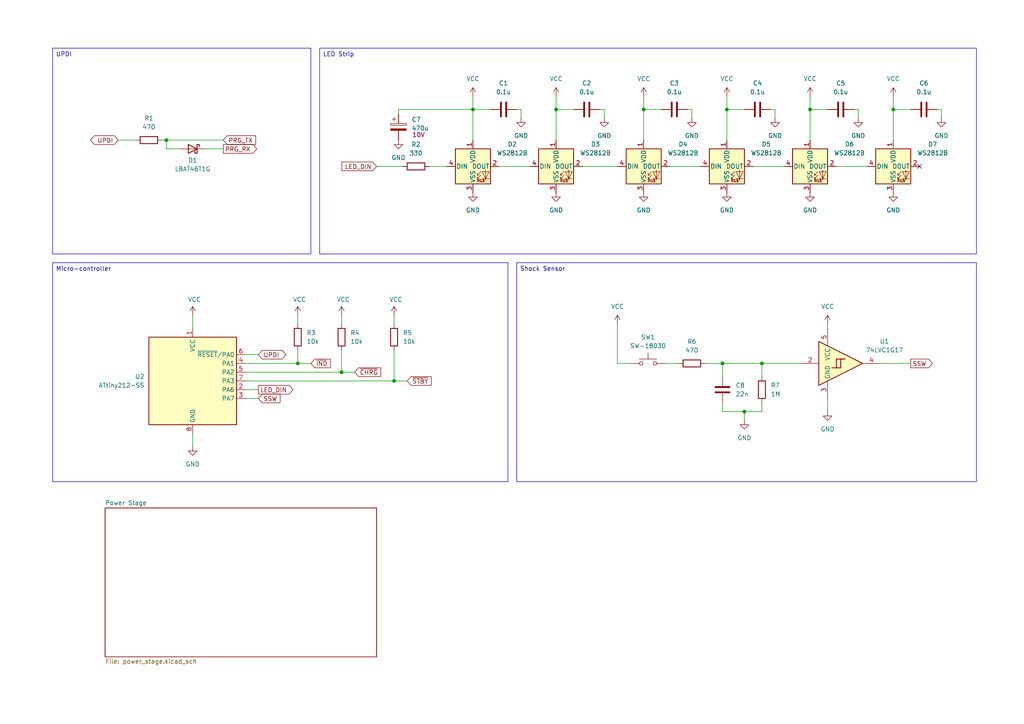
<source format=kicad_sch>
(kicad_sch (version 20250114) (generator "eeschema") (generator_version "9.0")
  (paper "A4")
  (lib_symbols
    (symbol "74xGxx:74LVC1G17"
      (property "Reference" "U" (at 0 3.81 0))
      (property "Value" "74LVC1G17" (at 0 -3.81 0))
      (symbol "74LVC1G17_0_1"
        (polyline (pts (xy -7.62 6.35) (xy -7.62 -6.35) (xy 5.08 0) (xy -7.62 6.35)) (stroke (width 0.254)) (fill (type background)))
        (polyline (pts (xy -3.81 -1.27) (xy -2.54 -1.27) (xy -2.54 1.27) (xy -1.27 1.27)) (stroke (width 0.254)) (fill (type background)))
        (polyline (pts (xy -2.54 -1.27) (xy -1.27 -1.27) (xy -1.27 1.27) (xy 0 1.27)) (stroke (width 0.254)) (fill (type background)))
      )
      (symbol "74LVC1G17_1_1"
        (pin input line (at -12.7 0 0) (length 5.08) (name "~") (number "2"))
        (pin no_connect line (at -7.62 5.08 180) (length 5.08) (hide yes) (name "NC") (number "1"))
        (pin power_in line (at -5.08 10.16 270) (length 5.08) (name "VCC") (number "5"))
        (pin power_in line (at -5.08 -10.16 90) (length 5.08) (name "GND") (number "3"))
        (pin output line (at 10.16 0 180) (length 5.08) (name "~") (number "4"))
      )
    )
    (symbol "Device:C" (pin_numbers (hide yes)) (pin_names (offset 0.254))
      (property "Reference" "C" (at 0.635 2.54 0))
      (property "Value" "C" (at 0.635 -2.54 0))
      (symbol "C_0_1"
        (polyline (pts (xy -2.032 0.762) (xy 2.032 0.762)) (stroke (width 0.508)))
        (polyline (pts (xy -2.032 -0.762) (xy 2.032 -0.762)) (stroke (width 0.508)))
      )
      (symbol "C_1_1"
        (pin passive line (at 0 3.81 270) (length 2.794) (name "~") (number "1"))
        (pin passive line (at 0 -3.81 90) (length 2.794) (name "~") (number "2"))
      )
    )
    (symbol "Device:C_Polarized" (pin_numbers (hide yes)) (pin_names (offset 0.254))
      (property "Reference" "C" (at 0.635 2.54 0))
      (property "Value" "C_Polarized" (at 0.635 -2.54 0))
      (symbol "C_Polarized_0_1"
        (rectangle (start -2.286 0.508) (end 2.286 1.016))
        (polyline (pts (xy -1.778 2.286) (xy -0.762 2.286)))
        (polyline (pts (xy -1.27 2.794) (xy -1.27 1.778)))
        (rectangle (start 2.286 -0.508) (end -2.286 -1.016) (fill (type outline)))
      )
      (symbol "C_Polarized_1_1"
        (pin passive line (at 0 3.81 270) (length 2.794) (name "~") (number "1"))
        (pin passive line (at 0 -3.81 90) (length 2.794) (name "~") (number "2"))
      )
    )
    (symbol "Device:D_Schottky" (pin_numbers (hide yes)) (pin_names (offset 1.016) (hide yes))
      (property "Reference" "D" (at 0 2.54 0))
      (property "Value" "D_Schottky" (at 0 -2.54 0))
      (symbol "D_Schottky_0_1"
        (polyline (pts (xy -1.905 0.635) (xy -1.905 1.27) (xy -1.27 1.27) (xy -1.27 -1.27) (xy -0.635 -1.27) (xy -0.635 -0.635)) (stroke (width 0.254)))
        (polyline (pts (xy 1.27 1.27) (xy 1.27 -1.27) (xy -1.27 0) (xy 1.27 1.27)) (stroke (width 0.254)))
        (polyline (pts (xy 1.27 0) (xy -1.27 0)))
      )
      (symbol "D_Schottky_1_1"
        (pin passive line (at -3.81 0 0) (length 2.54) (name "K") (number "1"))
        (pin passive line (at 3.81 0 180) (length 2.54) (name "A") (number "2"))
      )
    )
    (symbol "Device:R" (pin_numbers (hide yes)) (pin_names (offset 0))
      (property "Reference" "R" (at 2.032 0 90))
      (property "Value" "R" (at 0 0 90))
      (symbol "R_0_1"
        (rectangle (start -1.016 -2.54) (end 1.016 2.54) (stroke (width 0.254)))
      )
      (symbol "R_1_1"
        (pin passive line (at 0 3.81 270) (length 1.27) (name "~") (number "1"))
        (pin passive line (at 0 -3.81 90) (length 1.27) (name "~") (number "2"))
      )
    )
    (symbol "LED:WS2812B" (pin_names (offset 0.254))
      (property "Reference" "D" (at 5.08 5.715 0))
      (property "Value" "WS2812B" (at 1.27 -5.715 0))
      (symbol "WS2812B_0_0"
        (text "RGB" (at 2.286 -4.191 0) (effects (font (size 0.762 0.762))))
      )
      (symbol "WS2812B_0_1"
        (polyline (pts (xy 1.27 -2.54) (xy 1.778 -2.54)))
        (polyline (pts (xy 1.27 -3.556) (xy 1.778 -3.556)))
        (polyline (pts (xy 2.286 -1.524) (xy 1.27 -2.54) (xy 1.27 -2.032)))
        (polyline (pts (xy 2.286 -2.54) (xy 1.27 -3.556) (xy 1.27 -3.048)))
        (polyline (pts (xy 3.683 -1.016) (xy 3.683 -3.556) (xy 3.683 -4.064)))
        (polyline (pts (xy 4.699 -1.524) (xy 2.667 -1.524) (xy 3.683 -3.556) (xy 4.699 -1.524)))
        (polyline (pts (xy 4.699 -3.556) (xy 2.667 -3.556)))
        (rectangle (start 5.08 5.08) (end -5.08 -5.08) (stroke (width 0.254)) (fill (type background)))
      )
      (symbol "WS2812B_1_1"
        (pin input line (at -7.62 0 0) (length 2.54) (name "DIN") (number "4"))
        (pin power_in line (at 0 7.62 270) (length 2.54) (name "VDD") (number "1"))
        (pin power_in line (at 0 -7.62 90) (length 2.54) (name "VSS") (number "3"))
        (pin output line (at 7.62 0 180) (length 2.54) (name "DOUT") (number "2"))
      )
    )
    (symbol "MCU_Microchip_ATtiny:ATtiny212-SS"
      (property "Reference" "U" (at -12.7 13.97 0))
      (property "Value" "ATtiny212-SS" (at 2.54 -13.97 0))
      (symbol "ATtiny212-SS_0_1"
        (rectangle (start -12.7 -12.7) (end 12.7 12.7) (stroke (width 0.254)) (fill (type background)))
      )
      (symbol "ATtiny212-SS_1_1"
        (pin power_in line (at 0 15.24 270) (length 2.54) (name "VCC") (number "1"))
        (pin power_in line (at 0 -15.24 90) (length 2.54) (name "GND") (number "8"))
        (pin bidirectional line (at 15.24 7.62 180) (length 2.54) (name "~{RESET}/PA0") (number "6"))
        (pin bidirectional line (at 15.24 5.08 180) (length 2.54) (name "PA1") (number "4"))
        (pin bidirectional line (at 15.24 2.54 180) (length 2.54) (name "PA2") (number "5"))
        (pin bidirectional line (at 15.24 0 180) (length 2.54) (name "PA3") (number "7"))
        (pin bidirectional line (at 15.24 -2.54 180) (length 2.54) (name "PA6") (number "2"))
        (pin bidirectional line (at 15.24 -5.08 180) (length 2.54) (name "PA7") (number "3"))
      )
    )
    (symbol "Switch:SW_Push" (pin_numbers (hide yes)) (pin_names (offset 1.016) (hide yes))
      (property "Reference" "SW" (at 1.27 2.54 0))
      (property "Value" "SW_Push" (at 0 -1.524 0))
      (symbol "SW_Push_0_1"
        (circle (center -2.032 0) (radius 0.508))
        (polyline (pts (xy 0 1.27) (xy 0 3.048)))
        (circle (center 2.032 0) (radius 0.508))
        (polyline (pts (xy 2.54 1.27) (xy -2.54 1.27)))
        (pin passive line (at -5.08 0 0) (length 2.54) (name "1") (number "1"))
        (pin passive line (at 5.08 0 180) (length 2.54) (name "2") (number "2"))
      )
    )
    (symbol "power:GND" (power) (pin_numbers (hide yes)) (pin_names (offset 0) (hide yes))
      (property "Value" "GND" (at 0 -3.81 0))
      (symbol "GND_0_1"
        (polyline (pts (xy 0 0) (xy 0 -1.27) (xy 1.27 -1.27) (xy 0 -2.54) (xy -1.27 -1.27) (xy 0 -1.27)))
      )
      (symbol "GND_1_1"
        (pin power_in line (at 0 0 270) (length 0) (name "~") (number "1"))
      )
    )
    (symbol "power:VCC" (power) (pin_numbers (hide yes)) (pin_names (offset 0) (hide yes))
      (property "Value" "VCC" (at 0 3.556 0))
      (symbol "VCC_0_1"
        (polyline (pts (xy -0.762 1.27) (xy 0 2.54)))
        (polyline (pts (xy 0 2.54) (xy 0.762 1.27)))
        (polyline (pts (xy 0 0) (xy 0 2.54)))
      )
      (symbol "VCC_1_1"
        (pin power_in line (at 0 0 90) (length 0) (name "~") (number "1"))
      )
    )
  )
  (text_box "LED Strip" (at 92.71 13.97 0) (size 190.5 59.69) (margins 0.9525 0.9525 0.9525 0.9525) (effects (font (size 1.27 1.27)) (justify left top)))
  (text_box "Shock Sensor" (at 149.86 76.2 0) (size 133.35 63.5) (margins 0.9525 0.9525 0.9525 0.9525) (effects (font (size 1.27 1.27)) (justify left top)))
  (text_box "Micro-controller" (at 15.24 76.2 0) (size 132.08 63.5) (margins 0.9525 0.9525 0.9525 0.9525) (effects (font (size 1.27 1.27)) (justify left top)))
  (text_box "UPDI" (at 15.24 13.97 0) (size 74.93 59.69) (margins 0.9525 0.9525 0.9525 0.9525) (effects (font (size 1.27 1.27)) (justify left top)))
  (junction (at 234.95 31.75))
  (junction (at 114.3 110.49))
  (junction (at 259.08 31.75))
  (junction (at 48.26 40.64))
  (junction (at 209.55 105.41))
  (junction (at 186.69 31.75))
  (junction (at 86.36 105.41))
  (junction (at 220.98 105.41))
  (junction (at 99.06 107.95))
  (junction (at 215.9 119.38))
  (junction (at 161.29 31.75))
  (junction (at 137.16 31.75))
  (junction (at 210.82 31.75))
  (no_connect (at 266.7 48.26))
  (wire (pts (xy 71.12 107.95) (xy 99.06 107.95)))
  (wire (pts (xy 71.12 105.41) (xy 86.36 105.41)))
  (wire (pts (xy 48.26 40.64) (xy 46.99 40.64)))
  (wire (pts (xy 34.29 40.64) (xy 39.37 40.64)))
  (wire (pts (xy 109.22 48.26) (xy 116.84 48.26)))
  (wire (pts (xy 71.12 113.03) (xy 74.93 113.03)))
  (wire (pts (xy 210.82 27.94) (xy 210.82 31.75)))
  (wire (pts (xy 193.04 105.41) (xy 196.85 105.41)))
  (wire (pts (xy 204.47 105.41) (xy 209.55 105.41)))
  (wire (pts (xy 151.13 34.29) (xy 151.13 31.75)))
  (wire (pts (xy 273.05 31.75) (xy 271.78 31.75)))
  (wire (pts (xy 234.95 31.75) (xy 240.03 31.75)))
  (wire (pts (xy 52.07 43.18) (xy 48.26 43.18)))
  (wire (pts (xy 259.08 31.75) (xy 264.16 31.75)))
  (wire (pts (xy 161.29 31.75) (xy 161.29 40.64)))
  (wire (pts (xy 240.03 93.98) (xy 240.03 95.25)))
  (wire (pts (xy 161.29 27.94) (xy 161.29 31.75)))
  (wire (pts (xy 144.78 48.26) (xy 153.67 48.26)))
  (wire (pts (xy 242.57 48.26) (xy 251.46 48.26)))
  (wire (pts (xy 161.29 31.75) (xy 166.37 31.75)))
  (wire (pts (xy 168.91 48.26) (xy 179.07 48.26)))
  (wire (pts (xy 220.98 105.41) (xy 232.41 105.41)))
  (wire (pts (xy 248.92 34.29) (xy 248.92 31.75)))
  (wire (pts (xy 186.69 31.75) (xy 191.77 31.75)))
  (wire (pts (xy 179.07 105.41) (xy 182.88 105.41)))
  (wire (pts (xy 114.3 101.6) (xy 114.3 110.49)))
  (wire (pts (xy 220.98 119.38) (xy 220.98 116.84)))
  (wire (pts (xy 215.9 119.38) (xy 220.98 119.38)))
  (wire (pts (xy 220.98 109.22) (xy 220.98 105.41)))
  (wire (pts (xy 114.3 91.44) (xy 114.3 93.98)))
  (wire (pts (xy 224.79 34.29) (xy 224.79 31.75)))
  (wire (pts (xy 209.55 105.41) (xy 209.55 109.22)))
  (wire (pts (xy 86.36 105.41) (xy 90.17 105.41)))
  (wire (pts (xy 186.69 27.94) (xy 186.69 31.75)))
  (wire (pts (xy 137.16 27.94) (xy 137.16 31.75)))
  (wire (pts (xy 210.82 31.75) (xy 215.9 31.75)))
  (wire (pts (xy 137.16 31.75) (xy 142.24 31.75)))
  (wire (pts (xy 115.57 33.02) (xy 115.57 31.75)))
  (wire (pts (xy 99.06 101.6) (xy 99.06 107.95)))
  (wire (pts (xy 114.3 110.49) (xy 118.11 110.49)))
  (wire (pts (xy 175.26 31.75) (xy 173.99 31.75)))
  (wire (pts (xy 259.08 27.94) (xy 259.08 31.75)))
  (wire (pts (xy 255.27 105.41) (xy 264.16 105.41)))
  (wire (pts (xy 175.26 34.29) (xy 175.26 31.75)))
  (wire (pts (xy 124.46 48.26) (xy 129.54 48.26)))
  (wire (pts (xy 248.92 31.75) (xy 247.65 31.75)))
  (wire (pts (xy 259.08 31.75) (xy 259.08 40.64)))
  (wire (pts (xy 210.82 31.75) (xy 210.82 40.64)))
  (wire (pts (xy 137.16 31.75) (xy 137.16 40.64)))
  (wire (pts (xy 209.55 116.84) (xy 209.55 119.38)))
  (wire (pts (xy 64.77 43.18) (xy 59.69 43.18)))
  (wire (pts (xy 200.66 31.75) (xy 199.39 31.75)))
  (wire (pts (xy 240.03 119.38) (xy 240.03 115.57)))
  (wire (pts (xy 64.77 40.64) (xy 48.26 40.64)))
  (wire (pts (xy 234.95 31.75) (xy 234.95 40.64)))
  (wire (pts (xy 71.12 115.57) (xy 74.93 115.57)))
  (wire (pts (xy 151.13 31.75) (xy 149.86 31.75)))
  (wire (pts (xy 55.88 129.54) (xy 55.88 125.73)))
  (wire (pts (xy 234.95 27.94) (xy 234.95 31.75)))
  (wire (pts (xy 74.93 102.87) (xy 71.12 102.87)))
  (wire (pts (xy 224.79 31.75) (xy 223.52 31.75)))
  (wire (pts (xy 209.55 119.38) (xy 215.9 119.38)))
  (wire (pts (xy 55.88 91.44) (xy 55.88 95.25)))
  (wire (pts (xy 273.05 34.29) (xy 273.05 31.75)))
  (wire (pts (xy 86.36 101.6) (xy 86.36 105.41)))
  (wire (pts (xy 99.06 91.44) (xy 99.06 93.98)))
  (wire (pts (xy 99.06 107.95) (xy 102.87 107.95)))
  (wire (pts (xy 48.26 43.18) (xy 48.26 40.64)))
  (wire (pts (xy 86.36 91.44) (xy 86.36 93.98)))
  (wire (pts (xy 71.12 110.49) (xy 114.3 110.49)))
  (wire (pts (xy 215.9 119.38) (xy 215.9 121.92)))
  (wire (pts (xy 209.55 105.41) (xy 220.98 105.41)))
  (wire (pts (xy 194.31 48.26) (xy 203.2 48.26)))
  (wire (pts (xy 200.66 34.29) (xy 200.66 31.75)))
  (wire (pts (xy 186.69 31.75) (xy 186.69 40.64)))
  (wire (pts (xy 218.44 48.26) (xy 227.33 48.26)))
  (wire (pts (xy 179.07 93.98) (xy 179.07 105.41)))
  (wire (pts (xy 115.57 31.75) (xy 137.16 31.75)))
  (global_label "SSW" (shape input) (at 74.93 115.57 0) (property "Intersheetrefs" "${INTERSHEET_REFS}" (effects (hide yes))))
  (global_label "PRG_TX" (shape input) (at 64.77 40.64 0) (property "Intersheetrefs" "${INTERSHEET_REFS}" (effects (hide yes))))
  (global_label "~{CHRG}" (shape input) (at 102.87 107.95 0) (property "Intersheetrefs" "${INTERSHEET_REFS}" (effects (hide yes))))
  (global_label "~{STBY}" (shape input) (at 118.11 110.49 0) (property "Intersheetrefs" "${INTERSHEET_REFS}" (effects (hide yes))))
  (global_label "LED_DIN" (shape input) (at 109.22 48.26 180) (property "Intersheetrefs" "${INTERSHEET_REFS}" (effects (hide yes))))
  (global_label "~{IND}" (shape input) (at 90.17 105.41 0) (property "Intersheetrefs" "${INTERSHEET_REFS}" (effects (hide yes))))
  (global_label "LED_DIN" (shape output) (at 74.93 113.03 0) (property "Intersheetrefs" "${INTERSHEET_REFS}" (effects (hide yes))))
  (global_label "SSW" (shape output) (at 264.16 105.41 0) (property "Intersheetrefs" "${INTERSHEET_REFS}" (effects (hide yes))))
  (global_label "UPDI" (shape bidirectional) (at 34.29 40.64 180) (property "Intersheetrefs" "${INTERSHEET_REFS}" (effects (hide yes))))
  (global_label "UPDI" (shape bidirectional) (at 74.93 102.87 0) (property "Intersheetrefs" "${INTERSHEET_REFS}" (effects (hide yes))))
  (global_label "PRG_RX" (shape output) (at 64.77 43.18 0) (property "Intersheetrefs" "${INTERSHEET_REFS}" (effects (hide yes))))
  (symbol (lib_id "Device:C") (at 243.84 31.75 90) (unit 1)
    (property "Reference" "C5" (at 243.84 24.13 90))
    (property "Value" "0.1u" (at 243.84 26.67 90))
    (property "Description" "Unpolarized capacitor" (effects (hide yes)))
  )
  (symbol (lib_id "Device:C_Polarized") (at 115.57 36.83 0) (unit 1)
    (property "Reference" "C7" (at 119.38 34.6709 0) (effects (justify left)))
    (property "Value" "470u" (at 119.38 37.2109 0) (effects (justify left)))
    (property "Description" "Polarized capacitor" (effects (hide yes)))
    (property "Rating" "10V" (at 121.412 39.116 0))
  )
  (symbol (lib_id "power:VCC") (at 99.06 91.44 0) (unit 1)
    (property "Reference" "#PWR022" (effects (hide yes)))
    (property "Value" "VCC" (at 99.568 86.868 0))
    (property "Description" "Power symbol creates a global label with name \"VCC\"" (effects (hide yes)))
  )
  (symbol (lib_id "Device:R") (at 114.3 97.79 0) (unit 1)
    (property "Reference" "R5" (at 116.84 96.5199 0) (effects (justify left)))
    (property "Value" "10k" (at 116.84 99.0599 0) (effects (justify left)))
    (property "Description" "Resistor" (effects (hide yes)))
  )
  (symbol (lib_id "power:GND") (at 186.69 55.88 0) (unit 1)
    (property "Reference" "#PWR016" (effects (hide yes)))
    (property "Value" "GND" (at 186.69 60.96 0))
    (property "Description" "Power symbol creates a global label with name \"GND\" , ground" (effects (hide yes)))
  )
  (symbol (lib_id "power:VCC") (at 234.95 27.94 0) (unit 1)
    (property "Reference" "#PWR05" (effects (hide yes)))
    (property "Value" "VCC" (at 234.95 22.86 0))
    (property "Description" "Power symbol creates a global label with name \"VCC\"" (effects (hide yes)))
  )
  (symbol (lib_id "power:GND") (at 175.26 34.29 0) (unit 1)
    (property "Reference" "#PWR08" (effects (hide yes)))
    (property "Value" "GND" (at 175.26 39.37 0))
    (property "Description" "Power symbol creates a global label with name \"GND\" , ground" (effects (hide yes)))
  )
  (symbol (lib_id "power:VCC") (at 240.03 93.98 0) (unit 1)
    (property "Reference" "#PWR025" (effects (hide yes)))
    (property "Value" "VCC" (at 240.03 88.9 0))
    (property "Description" "Power symbol creates a global label with name \"VCC\"" (effects (hide yes)))
  )
  (symbol (lib_id "Device:D_Schottky") (at 55.88 43.18 0) (mirror y) (unit 1)
    (property "Reference" "D1" (at 55.88 46.482 0))
    (property "Value" "LBAT46T1G" (at 55.88 49.022 0))
    (property "Footprint" "Diode_SMD:D_SOD-123" (effects (hide yes)))
    (property "Description" "Schottky diode" (effects (hide yes)))
  )
  (symbol (lib_id "74xGxx:74LVC1G17") (at 245.11 105.41 0) (unit 1)
    (property "Reference" "U1" (at 256.54 98.9898 0))
    (property "Value" "74LVC1G17" (at 256.54 101.5298 0))
    (property "Datasheet" "https://www.ti.com/lit/ds/symlink/sn74lvc1g17.pdf" (effects (hide yes)))
    (property "Description" "Single Schmitt Buffer Gate, Low-Voltage CMOS" (effects (hide yes)))
  )
  (symbol (lib_id "power:VCC") (at 161.29 27.94 0) (unit 1)
    (property "Reference" "#PWR02" (effects (hide yes)))
    (property "Value" "VCC" (at 161.29 22.86 0))
    (property "Description" "Power symbol creates a global label with name \"VCC\"" (effects (hide yes)))
  )
  (symbol (lib_id "power:VCC") (at 259.08 27.94 0) (unit 1)
    (property "Reference" "#PWR06" (effects (hide yes)))
    (property "Value" "VCC" (at 259.08 22.86 0))
    (property "Description" "Power symbol creates a global label with name \"VCC\"" (effects (hide yes)))
  )
  (symbol (lib_id "LED:WS2812B") (at 161.29 48.26 0) (unit 1)
    (property "Reference" "D3" (at 172.72 41.8398 0))
    (property "Value" "WS2812B" (at 172.72 44.3798 0))
    (property "Footprint" "LED_SMD:LED_WS2812B_PLCC4_5.0x5.0mm_P3.2mm" (effects (hide yes)))
    (property "Datasheet" "https://cdn-shop.adafruit.com/datasheets/WS2812B.pdf" (effects (hide yes)))
    (property "Description" "RGB LED with integrated controller" (effects (hide yes)))
  )
  (symbol (lib_id "power:GND") (at 210.82 55.88 0) (unit 1)
    (property "Reference" "#PWR017" (effects (hide yes)))
    (property "Value" "GND" (at 210.82 60.96 0))
    (property "Description" "Power symbol creates a global label with name \"GND\" , ground" (effects (hide yes)))
  )
  (symbol (lib_id "power:GND") (at 161.29 55.88 0) (unit 1)
    (property "Reference" "#PWR015" (effects (hide yes)))
    (property "Value" "GND" (at 161.29 60.96 0))
    (property "Description" "Power symbol creates a global label with name \"GND\" , ground" (effects (hide yes)))
  )
  (symbol (lib_id "power:GND") (at 224.79 34.29 0) (unit 1)
    (property "Reference" "#PWR010" (effects (hide yes)))
    (property "Value" "GND" (at 224.79 39.37 0))
    (property "Description" "Power symbol creates a global label with name \"GND\" , ground" (effects (hide yes)))
  )
  (symbol (lib_id "power:GND") (at 151.13 34.29 0) (unit 1)
    (property "Reference" "#PWR07" (effects (hide yes)))
    (property "Value" "GND" (at 151.13 39.37 0))
    (property "Description" "Power symbol creates a global label with name \"GND\" , ground" (effects (hide yes)))
  )
  (symbol (lib_id "MCU_Microchip_ATtiny:ATtiny212-SS") (at 55.88 110.49 0) (unit 1)
    (property "Reference" "U2" (at 41.91 109.2199 0) (effects (justify right)))
    (property "Value" "ATtiny212-SS" (at 41.91 111.7599 0) (effects (justify right)))
    (property "Footprint" "Package_SO:SOIC-8_3.9x4.9mm_P1.27mm" (effects (hide yes)))
    (property "Datasheet" "http://ww1.microchip.com/downloads/en/DeviceDoc/40001911A.pdf" (effects (hide yes)))
    (property "Description" "20MHz, 2kB Flash, 128B SRAM, 64B EEPROM, SOIC-8" (effects (hide yes)))
  )
  (symbol (lib_id "power:GND") (at 234.95 55.88 0) (unit 1)
    (property "Reference" "#PWR018" (effects (hide yes)))
    (property "Value" "GND" (at 234.95 60.96 0))
    (property "Description" "Power symbol creates a global label with name \"GND\" , ground" (effects (hide yes)))
  )
  (symbol (lib_id "LED:WS2812B") (at 259.08 48.26 0) (unit 1)
    (property "Reference" "D7" (at 270.51 41.8398 0))
    (property "Value" "WS2812B" (at 270.51 44.3798 0))
    (property "Footprint" "LED_SMD:LED_WS2812B_PLCC4_5.0x5.0mm_P3.2mm" (effects (hide yes)))
    (property "Datasheet" "https://cdn-shop.adafruit.com/datasheets/WS2812B.pdf" (effects (hide yes)))
    (property "Description" "RGB LED with integrated controller" (effects (hide yes)))
  )
  (symbol (lib_id "Device:C") (at 209.55 113.03 0) (unit 1)
    (property "Reference" "C8" (at 213.36 111.7599 0) (effects (justify left)))
    (property "Value" "22n" (at 213.36 114.2999 0) (effects (justify left)))
    (property "Description" "Unpolarized capacitor" (effects (hide yes)))
  )
  (symbol (lib_id "power:GND") (at 200.66 34.29 0) (unit 1)
    (property "Reference" "#PWR09" (effects (hide yes)))
    (property "Value" "GND" (at 200.66 39.37 0))
    (property "Description" "Power symbol creates a global label with name \"GND\" , ground" (effects (hide yes)))
  )
  (symbol (lib_id "Device:R") (at 120.65 48.26 90) (unit 1)
    (property "Reference" "R2" (at 120.65 41.91 90))
    (property "Value" "330" (at 120.65 44.45 90))
    (property "Description" "Resistor" (effects (hide yes)))
  )
  (symbol (lib_id "LED:WS2812B") (at 234.95 48.26 0) (unit 1)
    (property "Reference" "D6" (at 246.38 41.8398 0))
    (property "Value" "WS2812B" (at 246.38 44.3798 0))
    (property "Footprint" "LED_SMD:LED_WS2812B_PLCC4_5.0x5.0mm_P3.2mm" (effects (hide yes)))
    (property "Datasheet" "https://cdn-shop.adafruit.com/datasheets/WS2812B.pdf" (effects (hide yes)))
    (property "Description" "RGB LED with integrated controller" (effects (hide yes)))
  )
  (symbol (lib_id "power:VCC") (at 186.69 27.94 0) (unit 1)
    (property "Reference" "#PWR03" (effects (hide yes)))
    (property "Value" "VCC" (at 186.69 22.86 0))
    (property "Description" "Power symbol creates a global label with name \"VCC\"" (effects (hide yes)))
  )
  (symbol (lib_id "Device:R") (at 43.18 40.64 90) (unit 1)
    (property "Reference" "R1" (at 43.18 34.29 90))
    (property "Value" "470" (at 43.18 36.83 90))
    (property "Description" "Resistor" (effects (hide yes)))
  )
  (symbol (lib_id "power:VCC") (at 179.07 93.98 0) (unit 1)
    (property "Reference" "#PWR024" (effects (hide yes)))
    (property "Value" "VCC" (at 179.07 88.9 0))
    (property "Description" "Power symbol creates a global label with name \"VCC\"" (effects (hide yes)))
  )
  (symbol (lib_id "LED:WS2812B") (at 210.82 48.26 0) (unit 1)
    (property "Reference" "D5" (at 222.25 41.8398 0))
    (property "Value" "WS2812B" (at 222.25 44.3798 0))
    (property "Footprint" "LED_SMD:LED_WS2812B_PLCC4_5.0x5.0mm_P3.2mm" (effects (hide yes)))
    (property "Datasheet" "https://cdn-shop.adafruit.com/datasheets/WS2812B.pdf" (effects (hide yes)))
    (property "Description" "RGB LED with integrated controller" (effects (hide yes)))
  )
  (symbol (lib_id "Device:R") (at 86.36 97.79 0) (unit 1)
    (property "Reference" "R3" (at 88.9 96.5199 0) (effects (justify left)))
    (property "Value" "10k" (at 88.9 99.0599 0) (effects (justify left)))
    (property "Description" "Resistor" (effects (hide yes)))
  )
  (symbol (lib_id "power:VCC") (at 137.16 27.94 0) (unit 1)
    (property "Reference" "#PWR01" (effects (hide yes)))
    (property "Value" "VCC" (at 137.16 22.86 0))
    (property "Description" "Power symbol creates a global label with name \"VCC\"" (effects (hide yes)))
  )
  (symbol (lib_id "LED:WS2812B") (at 186.69 48.26 0) (unit 1)
    (property "Reference" "D4" (at 198.12 41.8398 0))
    (property "Value" "WS2812B" (at 198.12 44.3798 0))
    (property "Footprint" "LED_SMD:LED_WS2812B_PLCC4_5.0x5.0mm_P3.2mm" (effects (hide yes)))
    (property "Datasheet" "https://cdn-shop.adafruit.com/datasheets/WS2812B.pdf" (effects (hide yes)))
    (property "Description" "RGB LED with integrated controller" (effects (hide yes)))
  )
  (symbol (lib_id "Device:C") (at 195.58 31.75 90) (unit 1)
    (property "Reference" "C3" (at 195.58 24.13 90))
    (property "Value" "0.1u" (at 195.58 26.67 90))
    (property "Description" "Unpolarized capacitor" (effects (hide yes)))
  )
  (symbol (lib_id "Device:C") (at 146.05 31.75 90) (unit 1)
    (property "Reference" "C1" (at 146.05 24.13 90))
    (property "Value" "0.1u" (at 146.05 26.67 90))
    (property "Description" "Unpolarized capacitor" (effects (hide yes)))
  )
  (symbol (lib_id "power:VCC") (at 114.3 91.44 0) (unit 1)
    (property "Reference" "#PWR023" (effects (hide yes)))
    (property "Value" "VCC" (at 114.808 86.868 0))
    (property "Description" "Power symbol creates a global label with name \"VCC\"" (effects (hide yes)))
  )
  (symbol (lib_id "power:VCC") (at 210.82 27.94 0) (unit 1)
    (property "Reference" "#PWR04" (effects (hide yes)))
    (property "Value" "VCC" (at 210.82 22.86 0))
    (property "Description" "Power symbol creates a global label with name \"VCC\"" (effects (hide yes)))
  )
  (symbol (lib_id "power:GND") (at 215.9 121.92 0) (unit 1)
    (property "Reference" "#PWR027" (effects (hide yes)))
    (property "Value" "GND" (at 215.9 127 0))
    (property "Description" "Power symbol creates a global label with name \"GND\" , ground" (effects (hide yes)))
  )
  (symbol (lib_id "power:GND") (at 240.03 119.38 0) (unit 1)
    (property "Reference" "#PWR026" (effects (hide yes)))
    (property "Value" "GND" (at 240.03 124.46 0))
    (property "Description" "Power symbol creates a global label with name \"GND\" , ground" (effects (hide yes)))
  )
  (symbol (lib_id "Switch:SW_Push") (at 187.96 105.41 0) (unit 1)
    (property "Reference" "SW1" (at 187.96 97.79 0))
    (property "Value" "SW-18030" (at 187.96 100.33 0))
    (property "Description" "Push button switch, generic, two pins" (effects (hide yes)))
  )
  (symbol (lib_id "power:GND") (at 259.08 55.88 0) (unit 1)
    (property "Reference" "#PWR019" (effects (hide yes)))
    (property "Value" "GND" (at 259.08 60.96 0))
    (property "Description" "Power symbol creates a global label with name \"GND\" , ground" (effects (hide yes)))
  )
  (symbol (lib_id "Device:C") (at 219.71 31.75 90) (unit 1)
    (property "Reference" "C4" (at 219.71 24.13 90))
    (property "Value" "0.1u" (at 219.71 26.67 90))
    (property "Description" "Unpolarized capacitor" (effects (hide yes)))
  )
  (symbol (lib_id "Device:C") (at 267.97 31.75 90) (unit 1)
    (property "Reference" "C6" (at 267.97 24.13 90))
    (property "Value" "0.1u" (at 267.97 26.67 90))
    (property "Description" "Unpolarized capacitor" (effects (hide yes)))
  )
  (symbol (lib_id "power:GND") (at 273.05 34.29 0) (unit 1)
    (property "Reference" "#PWR012" (effects (hide yes)))
    (property "Value" "GND" (at 273.05 39.37 0))
    (property "Description" "Power symbol creates a global label with name \"GND\" , ground" (effects (hide yes)))
  )
  (symbol (lib_id "Device:R") (at 99.06 97.79 0) (unit 1)
    (property "Reference" "R4" (at 101.6 96.5199 0) (effects (justify left)))
    (property "Value" "10k" (at 101.6 99.0599 0) (effects (justify left)))
    (property "Description" "Resistor" (effects (hide yes)))
  )
  (symbol (lib_id "power:GND") (at 55.88 129.54 0) (unit 1)
    (property "Reference" "#PWR028" (effects (hide yes)))
    (property "Value" "GND" (at 55.88 134.62 0))
    (property "Description" "Power symbol creates a global label with name \"GND\" , ground" (effects (hide yes)))
  )
  (symbol (lib_id "power:GND") (at 248.92 34.29 0) (unit 1)
    (property "Reference" "#PWR011" (effects (hide yes)))
    (property "Value" "GND" (at 248.92 39.37 0))
    (property "Description" "Power symbol creates a global label with name \"GND\" , ground" (effects (hide yes)))
  )
  (symbol (lib_id "power:VCC") (at 86.36 91.44 0) (unit 1)
    (property "Reference" "#PWR021" (effects (hide yes)))
    (property "Value" "VCC" (at 86.868 86.868 0))
    (property "Description" "Power symbol creates a global label with name \"VCC\"" (effects (hide yes)))
  )
  (symbol (lib_id "power:VCC") (at 55.88 91.44 0) (unit 1)
    (property "Reference" "#PWR020" (effects (hide yes)))
    (property "Value" "VCC" (at 56.388 86.868 0))
    (property "Description" "Power symbol creates a global label with name \"VCC\"" (effects (hide yes)))
  )
  (symbol (lib_id "Device:R") (at 200.66 105.41 90) (unit 1)
    (property "Reference" "R6" (at 200.66 99.06 90))
    (property "Value" "470" (at 200.66 101.6 90))
    (property "Description" "Resistor" (effects (hide yes)))
  )
  (symbol (lib_id "LED:WS2812B") (at 137.16 48.26 0) (unit 1)
    (property "Reference" "D2" (at 148.59 41.8398 0))
    (property "Value" "WS2812B" (at 148.59 44.3798 0))
    (property "Footprint" "LED_SMD:LED_WS2812B_PLCC4_5.0x5.0mm_P3.2mm" (effects (hide yes)))
    (property "Datasheet" "https://cdn-shop.adafruit.com/datasheets/WS2812B.pdf" (effects (hide yes)))
    (property "Description" "RGB LED with integrated controller" (effects (hide yes)))
  )
  (symbol (lib_id "Device:R") (at 220.98 113.03 180) (unit 1)
    (property "Reference" "R7" (at 223.52 111.7599 0) (effects (justify right)))
    (property "Value" "1M" (at 223.52 114.2999 0) (effects (justify right)))
    (property "Description" "Resistor" (effects (hide yes)))
  )
  (symbol (lib_id "power:GND") (at 115.57 40.64 0) (unit 1)
    (property "Reference" "#PWR013" (effects (hide yes)))
    (property "Value" "GND" (at 115.57 45.72 0))
    (property "Description" "Power symbol creates a global label with name \"GND\" , ground" (effects (hide yes)))
  )
  (symbol (lib_id "Device:C") (at 170.18 31.75 90) (unit 1)
    (property "Reference" "C2" (at 170.18 24.13 90))
    (property "Value" "0.1u" (at 170.18 26.67 90))
    (property "Description" "Unpolarized capacitor" (effects (hide yes)))
  )
  (symbol (lib_id "power:GND") (at 137.16 55.88 0) (unit 1)
    (property "Reference" "#PWR014" (effects (hide yes)))
    (property "Value" "GND" (at 137.16 60.96 0))
    (property "Description" "Power symbol creates a global label with name \"GND\" , ground" (effects (hide yes)))
  )
  (sheet (at 30.48 147.32) (size 78.74 43.18) (stroke (width 0.1524))
    (property "Sheetname" "Power Stage" (at 30.48 146.6084 0) (effects (justify left bottom)))
    (property "Sheetfile" "power_stage.kicad_sch" (at 30.48 191.0846 0) (effects (justify left top)))
  )
)
</source>
